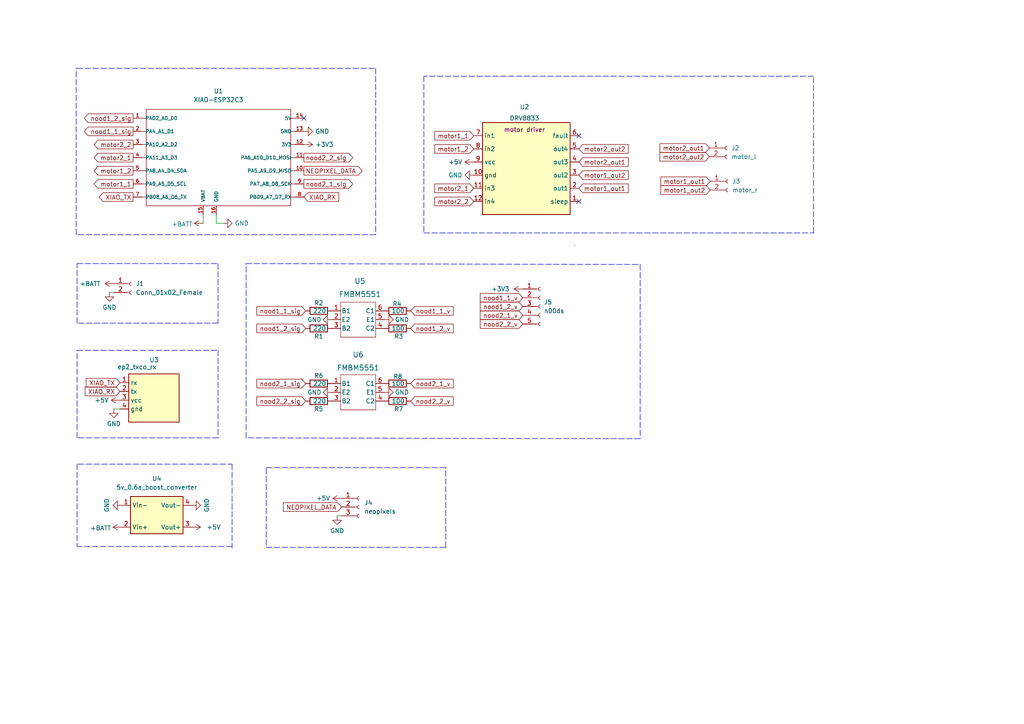
<source format=kicad_sch>
(kicad_sch (version 20211123) (generator eeschema)
  (paper "A4")
  (lib_symbols
    (symbol "Connector:Conn_01x02_Female" (pin_names (offset 1.016) hide)
      (property "Reference" "J" (at 0 2.54 0))
      (property "Value" "Conn_01x02_Female" (at 0 -5.08 0))
      (symbol "Conn_01x02_Female_1_1"
        (arc (start 0 -2.032) (mid -0.508 -2.54) (end 0 -3.048) (stroke (width 0.1524)))
        (polyline (pts (xy -1.27 -2.54) (xy -0.508 -2.54)) (stroke (width 0.1524)))
        (polyline (pts (xy -1.27 0) (xy -0.508 0)) (stroke (width 0.1524)))
        (arc (start 0 0.508) (mid -0.508 0) (end 0 -0.508) (stroke (width 0.1524)))
        (pin passive line (at -5.08 0 0) (length 3.81) (name "Pin_1") (number "1"))
        (pin passive line (at -5.08 -2.54 0) (length 3.81) (name "Pin_2") (number "2"))
      )
    )
    (symbol "Connector:Conn_01x03_Female" (pin_names (offset 1.016) hide)
      (property "Reference" "J" (at 0 5.08 0))
      (property "Value" "Conn_01x03_Female" (at 0 -5.08 0))
      (symbol "Conn_01x03_Female_1_1"
        (arc (start 0 -2.032) (mid -0.508 -2.54) (end 0 -3.048) (stroke (width 0.1524)))
        (polyline (pts (xy -1.27 -2.54) (xy -0.508 -2.54)) (stroke (width 0.1524)))
        (polyline (pts (xy -1.27 0) (xy -0.508 0)) (stroke (width 0.1524)))
        (polyline (pts (xy -1.27 2.54) (xy -0.508 2.54)) (stroke (width 0.1524)))
        (arc (start 0 0.508) (mid -0.508 0) (end 0 -0.508) (stroke (width 0.1524)))
        (arc (start 0 3.048) (mid -0.508 2.54) (end 0 2.032) (stroke (width 0.1524)))
        (pin passive line (at -5.08 2.54 0) (length 3.81) (name "Pin_1") (number "1"))
        (pin passive line (at -5.08 0 0) (length 3.81) (name "Pin_2") (number "2"))
        (pin passive line (at -5.08 -2.54 0) (length 3.81) (name "Pin_3") (number "3"))
      )
    )
    (symbol "Connector:Conn_01x05_Female" (pin_names (offset 1.016) hide)
      (property "Reference" "J" (at 0 7.62 0))
      (property "Value" "Conn_01x05_Female" (at 0 -7.62 0))
      (symbol "Conn_01x05_Female_1_1"
        (arc (start 0 -4.572) (mid -0.508 -5.08) (end 0 -5.588) (stroke (width 0.1524)))
        (arc (start 0 -2.032) (mid -0.508 -2.54) (end 0 -3.048) (stroke (width 0.1524)))
        (polyline (pts (xy -1.27 -5.08) (xy -0.508 -5.08)) (stroke (width 0.1524)))
        (polyline (pts (xy -1.27 -2.54) (xy -0.508 -2.54)) (stroke (width 0.1524)))
        (polyline (pts (xy -1.27 0) (xy -0.508 0)) (stroke (width 0.1524)))
        (polyline (pts (xy -1.27 2.54) (xy -0.508 2.54)) (stroke (width 0.1524)))
        (polyline (pts (xy -1.27 5.08) (xy -0.508 5.08)) (stroke (width 0.1524)))
        (arc (start 0 0.508) (mid -0.508 0) (end 0 -0.508) (stroke (width 0.1524)))
        (arc (start 0 3.048) (mid -0.508 2.54) (end 0 2.032) (stroke (width 0.1524)))
        (arc (start 0 5.588) (mid -0.508 5.08) (end 0 4.572) (stroke (width 0.1524)))
        (pin passive line (at -5.08 5.08 0) (length 3.81) (name "Pin_1") (number "1"))
        (pin passive line (at -5.08 2.54 0) (length 3.81) (name "Pin_2") (number "2"))
        (pin passive line (at -5.08 0 0) (length 3.81) (name "Pin_3") (number "3"))
        (pin passive line (at -5.08 -2.54 0) (length 3.81) (name "Pin_4") (number "4"))
        (pin passive line (at -5.08 -5.08 0) (length 3.81) (name "Pin_5") (number "5"))
      )
    )
    (symbol "Device:R" (pin_numbers hide) (pin_names (offset 0))
      (property "Reference" "R" (at 2.032 0 90))
      (property "Value" "R" (at 0 0 90))
      (symbol "R_0_1"
        (rectangle (start -1.016 -2.54) (end 1.016 2.54) (stroke (width 0.254)))
      )
      (symbol "R_1_1"
        (pin passive line (at 0 3.81 270) (length 1.27) (name "~") (number "1"))
        (pin passive line (at 0 -3.81 90) (length 1.27) (name "~") (number "2"))
      )
    )
    (symbol "FMBM5551_1" (pin_names (offset 0.254))
      (property "Reference" "U6" (at 0 4.572 0))
      (property "Value" "FMBM5551" (at 0 0.762 0))
      (symbol "FMBM5551_1_0_1"
        (polyline (pts (xy -5.08 -11.43) (xy 5.08 -11.43)) (fill (type background)))
        (polyline (pts (xy -5.08 -1.27) (xy -5.08 -11.43)) (stroke (width 0.127)))
        (polyline (pts (xy 5.08 -11.43) (xy 5.08 -1.27)) (stroke (width 0.127)))
        (polyline (pts (xy 5.08 -1.27) (xy -5.08 -1.27)) (stroke (width 0.127)))
        (pin bidirectional line (at -7.62 -3.81 0) (length 2.54) (name "B1") (number "1"))
        (pin power_in line (at -7.62 -6.35 0) (length 2.54) (name "E2") (number "2"))
        (pin bidirectional line (at -7.62 -8.89 0) (length 2.54) (name "B2") (number "3"))
        (pin bidirectional line (at 7.62 -8.89 180) (length 2.54) (name "C2") (number "4"))
        (pin power_in line (at 7.62 -6.35 180) (length 2.54) (name "E1") (number "5"))
        (pin bidirectional line (at 7.62 -3.81 180) (length 2.54) (name "C1") (number "6"))
      )
    )
    (symbol "haribo_kimchi_boards:5v_0.6a_boost_converter"
      (property "Reference" "U4" (at 0 3.302 0))
      (property "Value" "5v_0.6a_boost_converter" (at 0 0.762 0))
      (symbol "5v_0.6a_boost_converter_0_1"
        (rectangle (start -7.62 -1.905) (end 7.62 -12.7) (stroke (width 0.254)) (fill (type background)))
      )
      (symbol "5v_0.6a_boost_converter_1_1"
        (pin power_in line (at -10.16 -4.445 0) (length 2.54) (name "Vin-") (number "1"))
        (pin power_in line (at -10.16 -10.795 0) (length 2.54) (name "Vin+") (number "2"))
        (pin output line (at 10.16 -10.795 180) (length 2.54) (name "Vout+") (number "3"))
        (pin power_in line (at 10.16 -4.445 180) (length 2.54) (name "Vout-") (number "4"))
      )
    )
    (symbol "haribo_kimchi_boards:DRV8833_breakout"
      (property "Reference" "U2" (at 0 6.35 0))
      (property "Value" "DRV8833_breakout" (at 0.635 3.175 0))
      (symbol "DRV8833_breakout_0_0"
        (rectangle (start -13.97 6.35) (end -13.97 6.35))
        (rectangle (start -13.97 6.35) (end -13.97 6.35))
        (rectangle (start -13.97 6.35) (end -13.97 6.35))
      )
      (symbol "DRV8833_breakout_0_1"
        (rectangle (start -12.7 -2.54) (end 12.7 -29.21) (stroke (width 0.254)) (fill (type background)))
      )
      (symbol "DRV8833_breakout_1_1"
        (pin input line (at -15.24 -6.35 0) (length 2.54) (name "sleep") (number "1"))
        (pin power_in line (at 15.24 -13.97 180) (length 2.54) (name "gnd") (number "10"))
        (pin input line (at 15.24 -10.16 180) (length 2.54) (name "in3") (number "11"))
        (pin input line (at 15.24 -6.35 180) (length 2.54) (name "in4") (number "12"))
        (pin output line (at -15.24 -10.16 0) (length 2.54) (name "out1") (number "2"))
        (pin output line (at -15.24 -13.97 0) (length 2.54) (name "out2") (number "3"))
        (pin output line (at -15.24 -17.78 0) (length 2.54) (name "out3") (number "4"))
        (pin output line (at -15.24 -21.59 0) (length 2.54) (name "out4") (number "5"))
        (pin output line (at -15.24 -25.4 0) (length 2.54) (name "fault") (number "6"))
        (pin input line (at 15.24 -25.4 180) (length 2.54) (name "in1") (number "7"))
        (pin input line (at 15.24 -21.59 180) (length 2.54) (name "in2") (number "8"))
        (pin power_in line (at 15.24 -17.78 180) (length 2.54) (name "vcc") (number "9"))
      )
    )
    (symbol "haribo_kimchi_boards:happymodel_ep1_txco_rx"
      (property "Reference" "U3" (at -1.016 1.524 0))
      (property "Value" "happymodel_ep1_txco_rx" (at -10.287 -0.508 0))
      (symbol "happymodel_ep1_txco_rx_0_1"
        (rectangle (start -6.985 -2.54) (end 7.62 -16.51) (stroke (width 0.254)) (fill (type background)))
      )
      (symbol "happymodel_ep1_txco_rx_1_1"
        (pin input line (at -9.525 -5.08 0) (length 2.54) (name "rx") (number "1"))
        (pin output line (at -9.525 -7.62 0) (length 2.54) (name "tx") (number "2"))
        (pin power_in line (at -9.525 -10.16 0) (length 2.54) (name "vcc") (number "3"))
        (pin power_in line (at -9.525 -12.7 0) (length 2.54) (name "gnd") (number "4"))
      )
    )
    (symbol "onsemi_FMBM5551:FMBM5551" (pin_names (offset 0.254))
      (property "Reference" "U5" (at 0.508 4.826 0))
      (property "Value" "FMBM5551" (at 0.508 1.016 0))
      (symbol "FMBM5551_0_1"
        (polyline (pts (xy -5.08 -11.43) (xy 5.08 -11.43)) (fill (type background)))
        (polyline (pts (xy -5.08 -1.27) (xy -5.08 -11.43)) (stroke (width 0.127)))
        (polyline (pts (xy 5.08 -11.43) (xy 5.08 -1.27)) (stroke (width 0.127)))
        (polyline (pts (xy 5.08 -1.27) (xy -5.08 -1.27)) (stroke (width 0.127)))
        (pin bidirectional line (at -7.62 -3.81 0) (length 2.54) (name "B1") (number "1"))
        (pin power_in line (at -7.62 -6.35 0) (length 2.54) (name "E2") (number "2"))
        (pin bidirectional line (at -7.62 -8.89 0) (length 2.54) (name "B2") (number "3"))
        (pin bidirectional line (at 7.62 -8.89 180) (length 2.54) (name "C2") (number "4"))
        (pin power_in line (at 7.62 -6.35 180) (length 2.54) (name "E1") (number "5"))
        (pin bidirectional line (at 7.62 -3.81 180) (length 2.54) (name "C1") (number "6"))
      )
    )
    (symbol "power:+3.3V" (power) (pin_names (offset 0))
      (property "Value" "+3.3V" (at 0 3.556 0))
      (symbol "+3.3V_0_1"
        (polyline (pts (xy -0.762 1.27) (xy 0 2.54)))
        (polyline (pts (xy 0 0) (xy 0 2.54)))
        (polyline (pts (xy 0 2.54) (xy 0.762 1.27)))
      )
      (symbol "+3.3V_1_1"
        (pin power_in line (at 0 0 90) (length 0) hide (name "+3V3") (number "1"))
      )
    )
    (symbol "power:+5V" (power) (pin_names (offset 0))
      (property "Value" "+5V" (at 0 3.556 0))
      (symbol "+5V_0_1"
        (polyline (pts (xy -0.762 1.27) (xy 0 2.54)))
        (polyline (pts (xy 0 0) (xy 0 2.54)))
        (polyline (pts (xy 0 2.54) (xy 0.762 1.27)))
      )
      (symbol "+5V_1_1"
        (pin power_in line (at 0 0 90) (length 0) hide (name "+5V") (number "1"))
      )
    )
    (symbol "power:+BATT" (power) (pin_names (offset 0))
      (property "Value" "+BATT" (at 0 3.556 0))
      (symbol "+BATT_0_1"
        (polyline (pts (xy -0.762 1.27) (xy 0 2.54)))
        (polyline (pts (xy 0 0) (xy 0 2.54)))
        (polyline (pts (xy 0 2.54) (xy 0.762 1.27)))
      )
      (symbol "+BATT_1_1"
        (pin power_in line (at 0 0 90) (length 0) hide (name "+BATT") (number "1"))
      )
    )
    (symbol "power:GND" (power) (pin_names (offset 0))
      (property "Value" "GND" (at 0 -3.81 0))
      (symbol "GND_0_1"
        (polyline (pts (xy 0 0) (xy 0 -1.27) (xy 1.27 -1.27) (xy 0 -2.54) (xy -1.27 -1.27) (xy 0 -1.27)))
      )
      (symbol "GND_1_1"
        (pin power_in line (at 0 0 270) (length 0) hide (name "GND") (number "1"))
      )
    )
    (symbol "xiao esp32c3:MOUDLE-SEEEDUINO-XIAO-ESP32C3" (pin_names (offset 1.016))
      (property "Reference" "U" (at -0.635 19.05 0))
      (property "Value" "MOUDLE-SEEEDUINO-XIAO-ESP32C3" (at -18.415 14.605 0))
      (symbol "MOUDLE-SEEEDUINO-XIAO-ESP32C3_0_0"
        (polyline (pts (xy -21.59 -13.97) (xy -21.59 0)) (stroke (width 0.1524)))
        (polyline (pts (xy -21.59 -11.43) (xy -22.86 -11.43)) (stroke (width 0.1524)))
        (polyline (pts (xy -21.59 -7.62) (xy -22.86 -7.62)) (stroke (width 0.1524)))
        (polyline (pts (xy -21.59 -3.81) (xy -22.86 -3.81)) (stroke (width 0.1524)))
        (polyline (pts (xy -21.59 0) (xy -22.86 0)) (stroke (width 0.1524)))
        (polyline (pts (xy -21.59 0) (xy -21.59 3.81)) (stroke (width 0.1524)))
        (polyline (pts (xy -21.59 3.81) (xy -22.86 3.81)) (stroke (width 0.1524)))
        (polyline (pts (xy -21.59 3.81) (xy -21.59 7.62)) (stroke (width 0.1524)))
        (polyline (pts (xy -21.59 7.62) (xy -22.86 7.62)) (stroke (width 0.1524)))
        (polyline (pts (xy -21.59 7.62) (xy -21.59 11.43)) (stroke (width 0.1524)))
        (polyline (pts (xy -21.59 11.43) (xy -22.86 11.43)) (stroke (width 0.1524)))
        (polyline (pts (xy -21.59 11.43) (xy -21.59 13.97)) (stroke (width 0.1524)))
        (polyline (pts (xy -21.59 13.97) (xy 20.32 13.97)) (stroke (width 0.1524)))
        (polyline (pts (xy 20.32 -13.97) (xy -21.59 -13.97)) (stroke (width 0.1524)))
        (polyline (pts (xy 20.32 3.81) (xy 20.32 -13.97)) (stroke (width 0.1524)))
        (polyline (pts (xy 20.32 7.62) (xy 20.32 3.81)) (stroke (width 0.1524)))
        (polyline (pts (xy 20.32 11.43) (xy 20.32 7.62)) (stroke (width 0.1524)))
        (polyline (pts (xy 20.32 13.97) (xy 20.32 11.43)) (stroke (width 0.1524)))
        (polyline (pts (xy 21.59 -11.43) (xy 20.32 -11.43)) (stroke (width 0.1524)))
        (polyline (pts (xy 21.59 -7.62) (xy 20.32 -7.62)) (stroke (width 0.1524)))
        (polyline (pts (xy 21.59 -3.81) (xy 20.32 -3.81)) (stroke (width 0.1524)))
        (polyline (pts (xy 21.59 0) (xy 20.32 0)) (stroke (width 0.1524)))
        (polyline (pts (xy 21.59 3.81) (xy 20.32 3.81)) (stroke (width 0.1524)))
        (polyline (pts (xy 21.59 7.62) (xy 20.32 7.62)) (stroke (width 0.1524)))
        (polyline (pts (xy 21.59 11.43) (xy 20.32 11.43)) (stroke (width 0.1524)))
        (pin bidirectional line (at -25.4 11.43 0) (length 2.54) (name "PA02_A0_D0") (number "1"))
        (pin bidirectional line (at 24.13 -3.81 180) (length 2.54) (name "PA5_A9_D9_MISO") (number "10"))
        (pin bidirectional line (at 24.13 0 180) (length 2.54) (name "PA6_A10_D10_MOSI") (number "11"))
        (pin power_out line (at 24.13 3.81 180) (length 2.54) (name "3V3") (number "12"))
        (pin power_in line (at 24.13 7.62 180) (length 2.54) (name "GND") (number "13"))
        (pin power_out line (at 24.13 11.43 180) (length 2.54) (name "5V") (number "14"))
        (pin power_in line (at -5.08 -16.51 90) (length 2.54) (name "VBAT") (number "15"))
        (pin power_in line (at -1.27 -16.51 90) (length 2.54) (name "GND") (number "16"))
        (pin bidirectional line (at -25.4 7.62 0) (length 2.54) (name "PA4_A1_D1") (number "2"))
        (pin bidirectional line (at -25.4 3.81 0) (length 2.54) (name "PA10_A2_D2") (number "3"))
        (pin bidirectional line (at -25.4 0 0) (length 2.54) (name "PA11_A3_D3") (number "4"))
        (pin bidirectional line (at -25.4 -3.81 0) (length 2.54) (name "PA8_A4_D4_SDA") (number "5"))
        (pin bidirectional line (at -25.4 -7.62 0) (length 2.54) (name "PA9_A5_D5_SCL") (number "6"))
        (pin bidirectional line (at -25.4 -11.43 0) (length 2.54) (name "PB08_A6_D6_TX") (number "7"))
        (pin bidirectional line (at 24.13 -11.43 180) (length 2.54) (name "PB09_A7_D7_RX") (number "8"))
        (pin bidirectional line (at 24.13 -7.62 180) (length 2.54) (name "PA7_A8_D8_SCK") (number "9"))
      )
    )
  )
  (no_connect (at 167.894 39.37))
  (no_connect (at 167.894 58.42))
  (no_connect (at 88.138 34.29))
  (polyline (pts (xy 22.352 127) (xy 22.352 101.6)))
  (polyline (pts (xy 22.606 134.62) (xy 67.31 134.62)))
  (polyline (pts (xy 71.374 127) (xy 71.374 76.454)))
  (polyline (pts (xy 235.966 67.564) (xy 235.966 22.098)))
  (polyline (pts (xy 77.216 158.75) (xy 129.286 158.75)))
  (polyline (pts (xy 235.966 22.098) (xy 122.936 22.098)))
  (wire (pts (xy 33.02 118.618) (xy 34.798 118.618)))
  (polyline (pts (xy 22.352 101.6) (xy 63.246 101.6)))
  (polyline (pts (xy 67.31 134.62) (xy 67.31 159.004)))
  (wire (pts (xy 31.75 84.836) (xy 33.02 84.836)))
  (polyline (pts (xy 63.246 76.454) (xy 63.246 93.726)))
  (polyline (pts (xy 108.966 19.812) (xy 108.966 68.072)))
  (polyline (pts (xy 22.352 93.726) (xy 22.352 76.454)))
  (wire (pts (xy 58.928 64.77) (xy 58.928 62.23)))
  (polyline (pts (xy 63.246 101.6) (xy 63.246 127)))
  (polyline (pts (xy 77.216 135.89) (xy 77.216 158.75)))
  (polyline (pts (xy 129.286 158.75) (xy 129.286 135.636)))
  (wire (pts (xy 97.79 149.606) (xy 99.06 149.606)))
  (wire (pts (xy 62.738 64.77) (xy 62.738 62.23)))
  (polyline (pts (xy 22.352 19.812) (xy 108.966 19.812)))
  (wire (pts (xy 64.77 64.77) (xy 62.738 64.77)))
  (polyline (pts (xy 71.374 76.454) (xy 185.674 76.708)))
  (polyline (pts (xy 22.352 76.454) (xy 63.246 76.454)))
  (polyline (pts (xy 122.936 22.098) (xy 122.936 67.564)))
  (polyline (pts (xy 185.674 76.708) (xy 185.674 127.254)))
  (polyline (pts (xy 122.936 67.564) (xy 235.966 67.564)))
  (polyline (pts (xy 108.966 68.072) (xy 22.098 68.072)))
  (polyline (pts (xy 77.216 135.636) (xy 129.286 135.636)))
  (polyline (pts (xy 22.098 68.072) (xy 22.098 19.812)))
  (polyline (pts (xy 63.246 93.726) (xy 22.352 93.726)))
  (polyline (pts (xy 63.246 127) (xy 22.352 127)))
  (polyline (pts (xy 22.352 134.62) (xy 22.352 158.496)))
  (polyline (pts (xy 67.31 158.496) (xy 22.352 158.496)))
  (polyline (pts (xy 185.674 127.254) (xy 71.374 127)))
  (global_label "motor1_2" (shape input) (at 137.414 43.18 180) (property "Intersheet References" "${INTERSHEET_REFS}" (effects hide)))
  (global_label "nood1_1_sig" (shape output) (at 38.608 38.1 180) (property "Intersheet References" "${INTERSHEET_REFS}" (effects hide)))
  (global_label "nood1_1_v" (shape input) (at 119.126 90.17 0) (property "Intersheet References" "${INTERSHEET_REFS}" (effects hide)))
  (global_label "motor1_out1" (shape input) (at 167.894 54.61 0) (property "Intersheet References" "${INTERSHEET_REFS}" (effects hide)))
  (global_label "nood2_2_sig" (shape input) (at 88.646 116.332 180) (property "Intersheet References" "${INTERSHEET_REFS}" (effects hide)))
  (global_label "nood1_1_sig" (shape input) (at 88.646 90.17 180) (property "Intersheet References" "${INTERSHEET_REFS}" (effects hide)))
  (global_label "motor2_2" (shape output) (at 38.608 41.91 180) (property "Intersheet References" "${INTERSHEET_REFS}" (effects hide)))
  (global_label "nood2_1_v" (shape input) (at 151.638 91.44 180) (property "Intersheet References" "${INTERSHEET_REFS}" (effects hide)))
  (global_label "motor2_1" (shape input) (at 137.414 54.61 180) (property "Intersheet References" "${INTERSHEET_REFS}" (effects hide)))
  (global_label "motor2_out2" (shape input) (at 205.74 45.466 180) (property "Intersheet References" "${INTERSHEET_REFS}" (effects hide)))
  (global_label "motor2_2" (shape input) (at 137.414 58.42 180) (property "Intersheet References" "${INTERSHEET_REFS}" (effects hide)))
  (global_label "XIAO_TX" (shape input) (at 34.798 110.998 180) (property "Intersheet References" "${INTERSHEET_REFS}" (effects hide)))
  (global_label "nood1_2_v" (shape input) (at 119.126 95.25 0) (property "Intersheet References" "${INTERSHEET_REFS}" (effects hide)))
  (global_label "XIAO_RX" (shape input) (at 34.798 113.538 180) (property "Intersheet References" "${INTERSHEET_REFS}" (effects hide)))
  (global_label "NEOPIXEL_DATA" (shape output) (at 88.138 49.53 0) (property "Intersheet References" "${INTERSHEET_REFS}" (effects hide)))
  (global_label "nood1_2_v" (shape input) (at 151.638 88.9 180) (property "Intersheet References" "${INTERSHEET_REFS}" (effects hide)))
  (global_label "nood2_1_sig" (shape output) (at 88.138 53.34 0) (property "Intersheet References" "${INTERSHEET_REFS}" (effects hide)))
  (global_label "motor1_out2" (shape input) (at 205.994 55.118 180) (property "Intersheet References" "${INTERSHEET_REFS}" (effects hide)))
  (global_label "nood1_2_sig" (shape output) (at 38.608 34.29 180) (property "Intersheet References" "${INTERSHEET_REFS}" (effects hide)))
  (global_label "motor1_2" (shape output) (at 38.608 49.53 180) (property "Intersheet References" "${INTERSHEET_REFS}" (effects hide)))
  (global_label "motor1_1" (shape output) (at 38.608 53.34 180) (property "Intersheet References" "${INTERSHEET_REFS}" (effects hide)))
  (global_label "motor1_1" (shape input) (at 137.414 39.37 180) (property "Intersheet References" "${INTERSHEET_REFS}" (effects hide)))
  (global_label "nood2_2_v" (shape input) (at 151.638 93.98 180) (property "Intersheet References" "${INTERSHEET_REFS}" (effects hide)))
  (global_label "motor1_out2" (shape input) (at 167.894 50.8 0) (property "Intersheet References" "${INTERSHEET_REFS}" (effects hide)))
  (global_label "motor2_out2" (shape input) (at 167.894 43.18 0) (property "Intersheet References" "${INTERSHEET_REFS}" (effects hide)))
  (global_label "motor1_out1" (shape input) (at 205.994 52.578 180) (property "Intersheet References" "${INTERSHEET_REFS}" (effects hide)))
  (global_label "nood2_1_sig" (shape input) (at 88.646 111.252 180) (property "Intersheet References" "${INTERSHEET_REFS}" (effects hide)))
  (global_label "nood1_2_sig" (shape input) (at 88.646 95.25 180) (property "Intersheet References" "${INTERSHEET_REFS}" (effects hide)))
  (global_label "nood1_1_v" (shape input) (at 151.638 86.36 180) (property "Intersheet References" "${INTERSHEET_REFS}" (effects hide)))
  (global_label "motor2_1" (shape output) (at 38.608 45.72 180) (property "Intersheet References" "${INTERSHEET_REFS}" (effects hide)))
  (global_label "motor2_out1" (shape input) (at 205.74 42.926 180) (property "Intersheet References" "${INTERSHEET_REFS}" (effects hide)))
  (global_label "motor2_out1" (shape input) (at 167.894 46.99 0) (property "Intersheet References" "${INTERSHEET_REFS}" (effects hide)))
  (global_label "nood2_2_sig" (shape output) (at 88.138 45.72 0) (property "Intersheet References" "${INTERSHEET_REFS}" (effects hide)))
  (global_label "nood2_1_v" (shape input) (at 119.126 111.252 0) (property "Intersheet References" "${INTERSHEET_REFS}" (effects hide)))
  (global_label "XIAO_RX" (shape input) (at 88.138 57.15 0) (property "Intersheet References" "${INTERSHEET_REFS}" (effects hide)))
  (global_label "NEOPIXEL_DATA" (shape input) (at 99.06 147.066 180) (property "Intersheet References" "${INTERSHEET_REFS}" (effects hide)))
  (global_label "nood2_2_v" (shape input) (at 119.126 116.332 0) (property "Intersheet References" "${INTERSHEET_REFS}" (effects hide)))
  (global_label "XIAO_TX" (shape output) (at 38.608 57.15 180) (property "Intersheet References" "${INTERSHEET_REFS}" (effects hide)))
  (symbol (lib_id "power:+5V") (at 55.626 152.908 270) (unit 1)
    (property "Reference" "#PWR0115" (effects hide))
    (property "Value" "+5V" (at 59.944 152.9079 90) (effects (justify left)))
  )
  (symbol (lib_id "power:GND") (at 33.02 118.618 0) (unit 1)
    (property "Reference" "#PWR0105" (effects hide))
    (property "Value" "GND" (at 33.02 122.936 0))
  )
  (symbol (lib_id "power:GND") (at 96.266 113.792 270) (unit 1)
    (property "Reference" "#PWR03" (effects hide))
    (property "Value" "GND" (at 91.186 113.792 90))
  )
  (symbol (lib_id "haribo_kimchi_boards:5v_0.6a_boost_converter") (at 45.466 142.113 0) (unit 1)
    (property "Reference" "U4" (at 45.466 138.811 0))
    (property "Value" "5v_0.6a_boost_converter" (at 45.466 141.351 0))
    (property "Footprint" "haribo_kimchi_boards:5v_0.6a_boost_converter" (effects hide))
    (property "Datasheet" "https://www.tinytronics.nl/shop/en/power/voltage-converters/buck-boost-(step-up-down)-converters/dc-dc-step-up-down-buck-boost-converter-0.6a-5v-output" (effects hide))
  )
  (symbol (lib_id "power:+5V") (at 137.414 46.99 90) (unit 1)
    (property "Reference" "#PWR0114" (effects hide))
    (property "Value" "+5V" (at 130.048 46.99 90) (effects (justify right)))
  )
  (symbol (lib_id "onsemi_FMBM5551:FMBM5551") (at 103.886 86.36 0) (unit 1)
    (property "Reference" "U5" (at 104.394 81.534 0) (effects (font (size 1.524 1.524))))
    (property "Value" "FMBM5551" (at 104.394 85.344 0) (effects (font (size 1.524 1.524))))
    (property "Footprint" "haribo_kimchi_extra_footprints:SSOT6_3X1P7_ONS" (effects hide))
    (property "Datasheet" "FMBM5551" (effects hide))
    (property "Vendor" "C462753" (effects hide))
  )
  (symbol (lib_id "Device:R") (at 92.456 90.17 90) (unit 1)
    (property "Reference" "R2" (at 92.456 87.884 90))
    (property "Value" "220" (at 92.71 90.17 90))
    (property "Footprint" "Resistor_SMD:R_0603_1608Metric_Pad0.98x0.95mm_HandSolder" (effects hide))
    (property "Vendor" "C22962" (effects hide))
  )
  (symbol (lib_id "power:GND") (at 111.506 113.792 90) (unit 1)
    (property "Reference" "#PWR04" (effects hide))
    (property "Value" "GND" (at 116.586 113.792 90))
  )
  (symbol (lib_id "Device:R") (at 92.456 111.252 90) (unit 1)
    (property "Reference" "R6" (at 92.456 108.966 90))
    (property "Value" "220" (at 92.71 111.252 90))
    (property "Footprint" "Resistor_SMD:R_0603_1608Metric_Pad0.98x0.95mm_HandSolder" (effects hide))
    (property "Vendor" "C22962" (effects hide))
  )
  (symbol (lib_id "power:+BATT") (at 35.306 152.908 90) (unit 1)
    (property "Reference" "#PWR0111" (effects hide))
    (property "Value" "+BATT" (at 26.162 153.162 90) (effects (justify right)))
  )
  (symbol (lib_id "haribo_kimchi_boards:DRV8833_breakout") (at 152.654 64.77 180) (unit 1)
    (property "Reference" "U2" (at 152.146 30.988 0))
    (property "Value" "DRV8833" (at 152.146 34.29 0))
    (property "Footprint" "haribo_kimchi_boards:drv8833_breakout" (effects hide))
    (property "Datasheet" "https://components101.com/modules/drv8833-dual-h-bridge-motor-driver-module" (effects hide))
    (property "Field4" "motor driver" (at 152.146 37.592 0))
  )
  (symbol (lib_id "power:+3.3V") (at 88.138 41.91 270) (unit 1)
    (property "Reference" "#PWR0112" (effects hide))
    (property "Value" "+3.3V" (at 91.44 41.9099 90) (effects (justify left)))
  )
  (symbol (lib_id "xiao esp32c3:MOUDLE-SEEEDUINO-XIAO-ESP32C3") (at 64.008 45.72 0) (unit 1)
    (property "Reference" "U1" (at 63.373 26.416 0))
    (property "Value" "XIAO-ESP32C3" (at 63.373 28.956 0))
    (property "Footprint" "xiao esp32c3:MOUDLE14P-SMD-2.54-21X17.8MM" (effects hide))
  )
  (symbol (lib_id "Device:R") (at 115.316 95.25 90) (unit 1)
    (property "Reference" "R3" (at 114.3 97.536 90) (effects (justify right)))
    (property "Value" "100" (at 113.538 95.25 90) (effects (justify right)))
    (property "Footprint" "Resistor_SMD:R_0603_1608Metric_Pad0.98x0.95mm_HandSolder" (effects hide))
    (property "Vendor" "C22775" (effects hide))
  )
  (symbol (lib_id "Device:R") (at 115.316 90.17 90) (unit 1)
    (property "Reference" "R4" (at 113.792 88.138 90) (effects (justify right)))
    (property "Value" "100" (at 113.538 90.17 90) (effects (justify right)))
    (property "Footprint" "Resistor_SMD:R_0603_1608Metric_Pad0.98x0.95mm_HandSolder" (effects hide))
    (property "Vendor" "C22775" (effects hide))
  )
  (symbol (lib_id "power:GND") (at 31.75 84.836 0) (unit 1)
    (property "Reference" "#PWR0106" (effects hide))
    (property "Value" "GND" (at 31.75 89.154 0))
  )
  (symbol (lib_id "power:GND") (at 35.306 146.558 270) (unit 1)
    (property "Reference" "#PWR0104" (effects hide))
    (property "Value" "GND" (at 30.988 146.558 0))
  )
  (symbol (lib_id "power:+BATT") (at 58.928 64.77 90) (unit 1)
    (property "Reference" "#PWR0110" (effects hide))
    (property "Value" "+BATT" (at 49.784 65.024 90) (effects (justify right)))
  )
  (symbol (lib_id "power:+5V") (at 99.06 144.526 90) (unit 1)
    (property "Reference" "#PWR0117" (effects hide))
    (property "Value" "+5V" (at 91.694 144.526 90) (effects (justify right)))
  )
  (symbol (lib_id "power:GND") (at 137.414 50.8 270) (unit 1)
    (property "Reference" "#PWR0101" (effects hide))
    (property "Value" "GND" (at 130.048 50.8 90) (effects (justify left)))
  )
  (symbol (lib_id "Device:R") (at 115.316 111.252 90) (unit 1)
    (property "Reference" "R8" (at 114.046 109.22 90) (effects (justify right)))
    (property "Value" "100" (at 113.538 111.252 90) (effects (justify right)))
    (property "Footprint" "Resistor_SMD:R_0603_1608Metric_Pad0.98x0.95mm_HandSolder" (effects hide))
    (property "Vendor" "C22775" (effects hide))
  )
  (symbol (lib_id "Connector:Conn_01x02_Female") (at 38.1 82.296 0) (unit 1)
    (property "Reference" "J1" (at 39.37 82.2959 0) (effects (justify left)))
    (property "Value" "Conn_01x02_Female" (at 39.37 84.8359 0) (effects (justify left)))
    (property "Footprint" "Connector_JST:JST_PH_S2B-PH-K_1x02_P2.00mm_Horizontal" (effects hide))
  )
  (symbol (lib_id "power:+3.3V") (at 151.638 83.82 90) (unit 1)
    (property "Reference" "#PWR0113" (effects hide))
    (property "Value" "+3.3V" (at 142.494 83.82 90) (effects (justify right)))
  )
  (symbol (lib_id "power:GND") (at 88.138 38.1 90) (unit 1)
    (property "Reference" "#PWR0108" (effects hide))
    (property "Value" "GND" (at 95.504 38.1 90) (effects (justify left)))
  )
  (symbol (lib_id "power:GND") (at 111.506 92.71 90) (unit 1)
    (property "Reference" "#PWR02" (effects hide))
    (property "Value" "GND" (at 116.586 92.71 90))
  )
  (symbol (lib_id "Connector:Conn_01x05_Female") (at 156.718 88.9 0) (unit 1)
    (property "Reference" "J5" (at 157.734 87.6299 0) (effects (justify left)))
    (property "Value" "n00ds" (at 157.734 90.1699 0) (effects (justify left)))
    (property "Footprint" "haribo_kimchi_boards:smd_solder_pads_1x05_n00ds_2.54mm" (effects hide))
  )
  (symbol (lib_id "power:GND") (at 96.266 92.71 270) (unit 1)
    (property "Reference" "#PWR01" (effects hide))
    (property "Value" "GND" (at 91.186 92.71 90))
  )
  (symbol (lib_id "Connector:Conn_01x03_Female") (at 104.14 147.066 0) (unit 1)
    (property "Reference" "J4" (at 105.664 145.7959 0) (effects (justify left)))
    (property "Value" "neopixels" (at 105.664 148.3359 0) (effects (justify left)))
    (property "Footprint" "haribo_kimchi_boards:smd_solder_pads_1x03_2.54mm" (effects hide))
  )
  (symbol (lib_id "Connector:Conn_01x02_Female") (at 211.074 52.578 0) (unit 1)
    (property "Reference" "J3" (at 212.344 52.5779 0) (effects (justify left)))
    (property "Value" "motor_r" (at 212.344 55.1179 0) (effects (justify left)))
    (property "Footprint" "haribo_kimchi_boards:smd_solder_pads_1x02_2.54mm" (effects hide))
  )
  (symbol (lib_id "power:+5V") (at 34.798 116.078 90) (unit 1)
    (property "Reference" "#PWR0116" (effects hide))
    (property "Value" "+5V" (at 27.432 116.078 90) (effects (justify right)))
  )
  (symbol (lib_id "haribo_kimchi_boards:happymodel_ep1_txco_rx") (at 44.323 105.918 0) (unit 1)
    (property "Reference" "U3" (at 43.307 104.394 0) (effects (justify left)))
    (property "Value" "ep2_txco_rx" (at 34.036 106.426 0) (effects (justify left)))
    (property "Footprint" "haribo_kimchi_boards:happymodel_ep2_txco_rx" (effects hide))
    (property "Datasheet" "https://www.happymodel.cn/index.php/2022/11/07/2-4g-elrs-ep1-ep2-ep1dual-tcxo-receiver/" (effects hide))
  )
  (symbol (lib_id "power:GND") (at 97.79 149.606 0) (unit 1)
    (property "Reference" "#PWR0102" (effects hide))
    (property "Value" "GND" (at 97.79 153.924 0))
  )
  (symbol (lib_id "power:GND") (at 55.626 146.558 90) (unit 1)
    (property "Reference" "#PWR0103" (effects hide))
    (property "Value" "GND" (at 59.944 146.558 0))
  )
  (symbol (lib_id "Device:R") (at 92.456 116.332 90) (unit 1)
    (property "Reference" "R5" (at 92.456 118.618 90))
    (property "Value" "220" (at 92.71 116.332 90))
    (property "Footprint" "Resistor_SMD:R_0603_1608Metric_Pad0.98x0.95mm_HandSolder" (effects hide))
    (property "Vendor" "C22962" (effects hide))
  )
  (symbol (lib_id "power:+BATT") (at 33.02 82.296 90) (unit 1)
    (property "Reference" "#PWR0109" (effects hide))
    (property "Value" "+BATT" (at 29.21 82.2959 90) (effects (justify left)))
  )
  (symbol (lib_id "Connector:Conn_01x02_Female") (at 210.82 42.926 0) (unit 1)
    (property "Reference" "J2" (at 212.09 42.9259 0) (effects (justify left)))
    (property "Value" "motor_l" (at 212.09 45.4659 0) (effects (justify left)))
    (property "Footprint" "haribo_kimchi_boards:smd_solder_pads_1x02_2.54mm" (effects hide))
  )
  (symbol (lib_id "Device:R") (at 115.316 116.332 90) (unit 1)
    (property "Reference" "R7" (at 114.3 118.618 90) (effects (justify right)))
    (property "Value" "100" (at 113.538 116.332 90) (effects (justify right)))
    (property "Footprint" "Resistor_SMD:R_0603_1608Metric_Pad0.98x0.95mm_HandSolder" (effects hide))
    (property "Vendor" "C22775" (effects hide))
  )
  (symbol (lib_name "FMBM5551_1") (lib_id "onsemi_FMBM5551:FMBM5551") (at 103.886 107.442 0) (unit 1)
    (property "Reference" "U6" (at 103.886 102.87 0) (effects (font (size 1.524 1.524))))
    (property "Value" "FMBM5551" (at 103.886 106.68 0) (effects (font (size 1.524 1.524))))
    (property "Footprint" "haribo_kimchi_extra_footprints:SSOT6_3X1P7_ONS" (effects hide))
    (property "Datasheet" "FMBM5551" (effects hide))
    (property "Vendor" "C462753" (effects hide))
  )
  (symbol (lib_id "power:GND") (at 64.77 64.77 90) (unit 1)
    (property "Reference" "#PWR0107" (effects hide))
    (property "Value" "GND" (at 68.072 64.7699 90) (effects (justify right)))
  )
  (symbol (lib_id "Device:R") (at 92.456 95.25 90) (unit 1)
    (property "Reference" "R1" (at 92.456 97.536 90))
    (property "Value" "220" (at 92.71 95.25 90))
    (property "Footprint" "Resistor_SMD:R_0603_1608Metric_Pad0.98x0.95mm_HandSolder" (effects hide))
    (property "Vendor" "C22962" (effects hide))
  )
)
</source>
